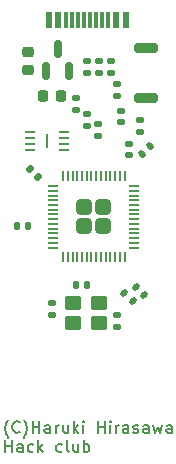
<source format=gbr>
%TF.GenerationSoftware,KiCad,Pcbnew,9.0.6+dfsg-1*%
%TF.CreationDate,2025-11-20T13:37:38+09:00*%
%TF.ProjectId,hiraboard,68697261-626f-4617-9264-2e6b69636164,rev?*%
%TF.SameCoordinates,Original*%
%TF.FileFunction,Paste,Top*%
%TF.FilePolarity,Positive*%
%FSLAX46Y46*%
G04 Gerber Fmt 4.6, Leading zero omitted, Abs format (unit mm)*
G04 Created by KiCad (PCBNEW 9.0.6+dfsg-1) date 2025-11-20 13:37:38*
%MOMM*%
%LPD*%
G01*
G04 APERTURE LIST*
G04 Aperture macros list*
%AMRoundRect*
0 Rectangle with rounded corners*
0 $1 Rounding radius*
0 $2 $3 $4 $5 $6 $7 $8 $9 X,Y pos of 4 corners*
0 Add a 4 corners polygon primitive as box body*
4,1,4,$2,$3,$4,$5,$6,$7,$8,$9,$2,$3,0*
0 Add four circle primitives for the rounded corners*
1,1,$1+$1,$2,$3*
1,1,$1+$1,$4,$5*
1,1,$1+$1,$6,$7*
1,1,$1+$1,$8,$9*
0 Add four rect primitives between the rounded corners*
20,1,$1+$1,$2,$3,$4,$5,0*
20,1,$1+$1,$4,$5,$6,$7,0*
20,1,$1+$1,$6,$7,$8,$9,0*
20,1,$1+$1,$8,$9,$2,$3,0*%
G04 Aperture macros list end*
%ADD10C,0.150000*%
%ADD11RoundRect,0.062500X-0.387500X-0.062500X0.387500X-0.062500X0.387500X0.062500X-0.387500X0.062500X0*%
%ADD12RoundRect,0.040000X-0.040000X-0.605000X0.040000X-0.605000X0.040000X0.605000X-0.040000X0.605000X0*%
%ADD13RoundRect,0.140000X0.140000X0.170000X-0.140000X0.170000X-0.140000X-0.170000X0.140000X-0.170000X0*%
%ADD14RoundRect,0.250000X-0.450000X-0.350000X0.450000X-0.350000X0.450000X0.350000X-0.450000X0.350000X0*%
%ADD15RoundRect,0.140000X-0.219203X-0.021213X-0.021213X-0.219203X0.219203X0.021213X0.021213X0.219203X0*%
%ADD16RoundRect,0.135000X-0.185000X0.135000X-0.185000X-0.135000X0.185000X-0.135000X0.185000X0.135000X0*%
%ADD17RoundRect,0.140000X0.170000X-0.140000X0.170000X0.140000X-0.170000X0.140000X-0.170000X-0.140000X0*%
%ADD18RoundRect,0.150000X0.150000X-0.587500X0.150000X0.587500X-0.150000X0.587500X-0.150000X-0.587500X0*%
%ADD19RoundRect,0.249999X-0.395001X-0.395001X0.395001X-0.395001X0.395001X0.395001X-0.395001X0.395001X0*%
%ADD20RoundRect,0.050000X-0.387500X-0.050000X0.387500X-0.050000X0.387500X0.050000X-0.387500X0.050000X0*%
%ADD21RoundRect,0.050000X-0.050000X-0.387500X0.050000X-0.387500X0.050000X0.387500X-0.050000X0.387500X0*%
%ADD22RoundRect,0.200000X-0.800000X0.200000X-0.800000X-0.200000X0.800000X-0.200000X0.800000X0.200000X0*%
%ADD23RoundRect,0.135000X0.226274X0.035355X0.035355X0.226274X-0.226274X-0.035355X-0.035355X-0.226274X0*%
%ADD24RoundRect,0.140000X0.021213X-0.219203X0.219203X-0.021213X-0.021213X0.219203X-0.219203X0.021213X0*%
%ADD25RoundRect,0.225000X-0.250000X0.225000X-0.250000X-0.225000X0.250000X-0.225000X0.250000X0.225000X0*%
%ADD26R,0.600000X1.450000*%
%ADD27R,0.300000X1.450000*%
%ADD28RoundRect,0.225000X0.225000X0.250000X-0.225000X0.250000X-0.225000X-0.250000X0.225000X-0.250000X0*%
G04 APERTURE END LIST*
D10*
X193837299Y-116886356D02*
X193789680Y-116838737D01*
X193789680Y-116838737D02*
X193694442Y-116695880D01*
X193694442Y-116695880D02*
X193646823Y-116600642D01*
X193646823Y-116600642D02*
X193599204Y-116457785D01*
X193599204Y-116457785D02*
X193551585Y-116219689D01*
X193551585Y-116219689D02*
X193551585Y-116029213D01*
X193551585Y-116029213D02*
X193599204Y-115791118D01*
X193599204Y-115791118D02*
X193646823Y-115648261D01*
X193646823Y-115648261D02*
X193694442Y-115553023D01*
X193694442Y-115553023D02*
X193789680Y-115410165D01*
X193789680Y-115410165D02*
X193837299Y-115362546D01*
X194789680Y-116410165D02*
X194742061Y-116457785D01*
X194742061Y-116457785D02*
X194599204Y-116505404D01*
X194599204Y-116505404D02*
X194503966Y-116505404D01*
X194503966Y-116505404D02*
X194361109Y-116457785D01*
X194361109Y-116457785D02*
X194265871Y-116362546D01*
X194265871Y-116362546D02*
X194218252Y-116267308D01*
X194218252Y-116267308D02*
X194170633Y-116076832D01*
X194170633Y-116076832D02*
X194170633Y-115933975D01*
X194170633Y-115933975D02*
X194218252Y-115743499D01*
X194218252Y-115743499D02*
X194265871Y-115648261D01*
X194265871Y-115648261D02*
X194361109Y-115553023D01*
X194361109Y-115553023D02*
X194503966Y-115505404D01*
X194503966Y-115505404D02*
X194599204Y-115505404D01*
X194599204Y-115505404D02*
X194742061Y-115553023D01*
X194742061Y-115553023D02*
X194789680Y-115600642D01*
X195123014Y-116886356D02*
X195170633Y-116838737D01*
X195170633Y-116838737D02*
X195265871Y-116695880D01*
X195265871Y-116695880D02*
X195313490Y-116600642D01*
X195313490Y-116600642D02*
X195361109Y-116457785D01*
X195361109Y-116457785D02*
X195408728Y-116219689D01*
X195408728Y-116219689D02*
X195408728Y-116029213D01*
X195408728Y-116029213D02*
X195361109Y-115791118D01*
X195361109Y-115791118D02*
X195313490Y-115648261D01*
X195313490Y-115648261D02*
X195265871Y-115553023D01*
X195265871Y-115553023D02*
X195170633Y-115410165D01*
X195170633Y-115410165D02*
X195123014Y-115362546D01*
X195884919Y-116505404D02*
X195884919Y-115505404D01*
X195884919Y-115981594D02*
X196456347Y-115981594D01*
X196456347Y-116505404D02*
X196456347Y-115505404D01*
X197361109Y-116505404D02*
X197361109Y-115981594D01*
X197361109Y-115981594D02*
X197313490Y-115886356D01*
X197313490Y-115886356D02*
X197218252Y-115838737D01*
X197218252Y-115838737D02*
X197027776Y-115838737D01*
X197027776Y-115838737D02*
X196932538Y-115886356D01*
X197361109Y-116457785D02*
X197265871Y-116505404D01*
X197265871Y-116505404D02*
X197027776Y-116505404D01*
X197027776Y-116505404D02*
X196932538Y-116457785D01*
X196932538Y-116457785D02*
X196884919Y-116362546D01*
X196884919Y-116362546D02*
X196884919Y-116267308D01*
X196884919Y-116267308D02*
X196932538Y-116172070D01*
X196932538Y-116172070D02*
X197027776Y-116124451D01*
X197027776Y-116124451D02*
X197265871Y-116124451D01*
X197265871Y-116124451D02*
X197361109Y-116076832D01*
X197837300Y-116505404D02*
X197837300Y-115838737D01*
X197837300Y-116029213D02*
X197884919Y-115933975D01*
X197884919Y-115933975D02*
X197932538Y-115886356D01*
X197932538Y-115886356D02*
X198027776Y-115838737D01*
X198027776Y-115838737D02*
X198123014Y-115838737D01*
X198884919Y-115838737D02*
X198884919Y-116505404D01*
X198456348Y-115838737D02*
X198456348Y-116362546D01*
X198456348Y-116362546D02*
X198503967Y-116457785D01*
X198503967Y-116457785D02*
X198599205Y-116505404D01*
X198599205Y-116505404D02*
X198742062Y-116505404D01*
X198742062Y-116505404D02*
X198837300Y-116457785D01*
X198837300Y-116457785D02*
X198884919Y-116410165D01*
X199361110Y-116505404D02*
X199361110Y-115505404D01*
X199456348Y-116124451D02*
X199742062Y-116505404D01*
X199742062Y-115838737D02*
X199361110Y-116219689D01*
X200170634Y-116505404D02*
X200170634Y-115838737D01*
X200170634Y-115505404D02*
X200123015Y-115553023D01*
X200123015Y-115553023D02*
X200170634Y-115600642D01*
X200170634Y-115600642D02*
X200218253Y-115553023D01*
X200218253Y-115553023D02*
X200170634Y-115505404D01*
X200170634Y-115505404D02*
X200170634Y-115600642D01*
X201408729Y-116505404D02*
X201408729Y-115505404D01*
X201408729Y-115981594D02*
X201980157Y-115981594D01*
X201980157Y-116505404D02*
X201980157Y-115505404D01*
X202456348Y-116505404D02*
X202456348Y-115838737D01*
X202456348Y-115505404D02*
X202408729Y-115553023D01*
X202408729Y-115553023D02*
X202456348Y-115600642D01*
X202456348Y-115600642D02*
X202503967Y-115553023D01*
X202503967Y-115553023D02*
X202456348Y-115505404D01*
X202456348Y-115505404D02*
X202456348Y-115600642D01*
X202932538Y-116505404D02*
X202932538Y-115838737D01*
X202932538Y-116029213D02*
X202980157Y-115933975D01*
X202980157Y-115933975D02*
X203027776Y-115886356D01*
X203027776Y-115886356D02*
X203123014Y-115838737D01*
X203123014Y-115838737D02*
X203218252Y-115838737D01*
X203980157Y-116505404D02*
X203980157Y-115981594D01*
X203980157Y-115981594D02*
X203932538Y-115886356D01*
X203932538Y-115886356D02*
X203837300Y-115838737D01*
X203837300Y-115838737D02*
X203646824Y-115838737D01*
X203646824Y-115838737D02*
X203551586Y-115886356D01*
X203980157Y-116457785D02*
X203884919Y-116505404D01*
X203884919Y-116505404D02*
X203646824Y-116505404D01*
X203646824Y-116505404D02*
X203551586Y-116457785D01*
X203551586Y-116457785D02*
X203503967Y-116362546D01*
X203503967Y-116362546D02*
X203503967Y-116267308D01*
X203503967Y-116267308D02*
X203551586Y-116172070D01*
X203551586Y-116172070D02*
X203646824Y-116124451D01*
X203646824Y-116124451D02*
X203884919Y-116124451D01*
X203884919Y-116124451D02*
X203980157Y-116076832D01*
X204408729Y-116457785D02*
X204503967Y-116505404D01*
X204503967Y-116505404D02*
X204694443Y-116505404D01*
X204694443Y-116505404D02*
X204789681Y-116457785D01*
X204789681Y-116457785D02*
X204837300Y-116362546D01*
X204837300Y-116362546D02*
X204837300Y-116314927D01*
X204837300Y-116314927D02*
X204789681Y-116219689D01*
X204789681Y-116219689D02*
X204694443Y-116172070D01*
X204694443Y-116172070D02*
X204551586Y-116172070D01*
X204551586Y-116172070D02*
X204456348Y-116124451D01*
X204456348Y-116124451D02*
X204408729Y-116029213D01*
X204408729Y-116029213D02*
X204408729Y-115981594D01*
X204408729Y-115981594D02*
X204456348Y-115886356D01*
X204456348Y-115886356D02*
X204551586Y-115838737D01*
X204551586Y-115838737D02*
X204694443Y-115838737D01*
X204694443Y-115838737D02*
X204789681Y-115886356D01*
X205694443Y-116505404D02*
X205694443Y-115981594D01*
X205694443Y-115981594D02*
X205646824Y-115886356D01*
X205646824Y-115886356D02*
X205551586Y-115838737D01*
X205551586Y-115838737D02*
X205361110Y-115838737D01*
X205361110Y-115838737D02*
X205265872Y-115886356D01*
X205694443Y-116457785D02*
X205599205Y-116505404D01*
X205599205Y-116505404D02*
X205361110Y-116505404D01*
X205361110Y-116505404D02*
X205265872Y-116457785D01*
X205265872Y-116457785D02*
X205218253Y-116362546D01*
X205218253Y-116362546D02*
X205218253Y-116267308D01*
X205218253Y-116267308D02*
X205265872Y-116172070D01*
X205265872Y-116172070D02*
X205361110Y-116124451D01*
X205361110Y-116124451D02*
X205599205Y-116124451D01*
X205599205Y-116124451D02*
X205694443Y-116076832D01*
X206075396Y-115838737D02*
X206265872Y-116505404D01*
X206265872Y-116505404D02*
X206456348Y-116029213D01*
X206456348Y-116029213D02*
X206646824Y-116505404D01*
X206646824Y-116505404D02*
X206837300Y-115838737D01*
X207646824Y-116505404D02*
X207646824Y-115981594D01*
X207646824Y-115981594D02*
X207599205Y-115886356D01*
X207599205Y-115886356D02*
X207503967Y-115838737D01*
X207503967Y-115838737D02*
X207313491Y-115838737D01*
X207313491Y-115838737D02*
X207218253Y-115886356D01*
X207646824Y-116457785D02*
X207551586Y-116505404D01*
X207551586Y-116505404D02*
X207313491Y-116505404D01*
X207313491Y-116505404D02*
X207218253Y-116457785D01*
X207218253Y-116457785D02*
X207170634Y-116362546D01*
X207170634Y-116362546D02*
X207170634Y-116267308D01*
X207170634Y-116267308D02*
X207218253Y-116172070D01*
X207218253Y-116172070D02*
X207313491Y-116124451D01*
X207313491Y-116124451D02*
X207551586Y-116124451D01*
X207551586Y-116124451D02*
X207646824Y-116076832D01*
X193551585Y-118115348D02*
X193551585Y-117115348D01*
X193551585Y-117591538D02*
X194123013Y-117591538D01*
X194123013Y-118115348D02*
X194123013Y-117115348D01*
X195027775Y-118115348D02*
X195027775Y-117591538D01*
X195027775Y-117591538D02*
X194980156Y-117496300D01*
X194980156Y-117496300D02*
X194884918Y-117448681D01*
X194884918Y-117448681D02*
X194694442Y-117448681D01*
X194694442Y-117448681D02*
X194599204Y-117496300D01*
X195027775Y-118067729D02*
X194932537Y-118115348D01*
X194932537Y-118115348D02*
X194694442Y-118115348D01*
X194694442Y-118115348D02*
X194599204Y-118067729D01*
X194599204Y-118067729D02*
X194551585Y-117972490D01*
X194551585Y-117972490D02*
X194551585Y-117877252D01*
X194551585Y-117877252D02*
X194599204Y-117782014D01*
X194599204Y-117782014D02*
X194694442Y-117734395D01*
X194694442Y-117734395D02*
X194932537Y-117734395D01*
X194932537Y-117734395D02*
X195027775Y-117686776D01*
X195932537Y-118067729D02*
X195837299Y-118115348D01*
X195837299Y-118115348D02*
X195646823Y-118115348D01*
X195646823Y-118115348D02*
X195551585Y-118067729D01*
X195551585Y-118067729D02*
X195503966Y-118020109D01*
X195503966Y-118020109D02*
X195456347Y-117924871D01*
X195456347Y-117924871D02*
X195456347Y-117639157D01*
X195456347Y-117639157D02*
X195503966Y-117543919D01*
X195503966Y-117543919D02*
X195551585Y-117496300D01*
X195551585Y-117496300D02*
X195646823Y-117448681D01*
X195646823Y-117448681D02*
X195837299Y-117448681D01*
X195837299Y-117448681D02*
X195932537Y-117496300D01*
X196361109Y-118115348D02*
X196361109Y-117115348D01*
X196456347Y-117734395D02*
X196742061Y-118115348D01*
X196742061Y-117448681D02*
X196361109Y-117829633D01*
X198361109Y-118067729D02*
X198265871Y-118115348D01*
X198265871Y-118115348D02*
X198075395Y-118115348D01*
X198075395Y-118115348D02*
X197980157Y-118067729D01*
X197980157Y-118067729D02*
X197932538Y-118020109D01*
X197932538Y-118020109D02*
X197884919Y-117924871D01*
X197884919Y-117924871D02*
X197884919Y-117639157D01*
X197884919Y-117639157D02*
X197932538Y-117543919D01*
X197932538Y-117543919D02*
X197980157Y-117496300D01*
X197980157Y-117496300D02*
X198075395Y-117448681D01*
X198075395Y-117448681D02*
X198265871Y-117448681D01*
X198265871Y-117448681D02*
X198361109Y-117496300D01*
X198932538Y-118115348D02*
X198837300Y-118067729D01*
X198837300Y-118067729D02*
X198789681Y-117972490D01*
X198789681Y-117972490D02*
X198789681Y-117115348D01*
X199742062Y-117448681D02*
X199742062Y-118115348D01*
X199313491Y-117448681D02*
X199313491Y-117972490D01*
X199313491Y-117972490D02*
X199361110Y-118067729D01*
X199361110Y-118067729D02*
X199456348Y-118115348D01*
X199456348Y-118115348D02*
X199599205Y-118115348D01*
X199599205Y-118115348D02*
X199694443Y-118067729D01*
X199694443Y-118067729D02*
X199742062Y-118020109D01*
X200218253Y-118115348D02*
X200218253Y-117115348D01*
X200218253Y-117496300D02*
X200313491Y-117448681D01*
X200313491Y-117448681D02*
X200503967Y-117448681D01*
X200503967Y-117448681D02*
X200599205Y-117496300D01*
X200599205Y-117496300D02*
X200646824Y-117543919D01*
X200646824Y-117543919D02*
X200694443Y-117639157D01*
X200694443Y-117639157D02*
X200694443Y-117924871D01*
X200694443Y-117924871D02*
X200646824Y-118020109D01*
X200646824Y-118020109D02*
X200599205Y-118067729D01*
X200599205Y-118067729D02*
X200503967Y-118115348D01*
X200503967Y-118115348D02*
X200313491Y-118115348D01*
X200313491Y-118115348D02*
X200218253Y-118067729D01*
D11*
%TO.C,U3*%
X198500000Y-91000000D03*
X198500000Y-91500000D03*
X198500000Y-92000000D03*
X198500000Y-92500000D03*
X195650000Y-92500000D03*
X195650000Y-92000000D03*
X195650000Y-91500000D03*
X195650000Y-91000000D03*
D12*
X197075000Y-91750000D03*
%TD*%
D13*
%TO.C,C14*%
X200480000Y-104000000D03*
X199520000Y-104000000D03*
%TD*%
D14*
%TO.C,Y1*%
X199300000Y-107200000D03*
X201500000Y-107200000D03*
X201500000Y-105500000D03*
X199300000Y-105500000D03*
%TD*%
D15*
%TO.C,C17*%
X204339411Y-105339411D03*
X203660589Y-104660589D03*
%TD*%
%TO.C,C9*%
X205339411Y-104839411D03*
X204660589Y-104160589D03*
%TD*%
D16*
%TO.C,R5*%
X203000000Y-107510000D03*
X203000000Y-106490000D03*
%TD*%
D17*
%TO.C,C15*%
X197500000Y-106480000D03*
X197500000Y-105520000D03*
%TD*%
D16*
%TO.C,R7*%
X204990000Y-89990000D03*
X204990000Y-91010000D03*
%TD*%
D18*
%TO.C,U2*%
X197050000Y-85875000D03*
X198950000Y-85875000D03*
X198000000Y-84000000D03*
%TD*%
D17*
%TO.C,C10*%
X199560591Y-89115233D03*
X199560591Y-88155233D03*
%TD*%
%TO.C,C8*%
X200500000Y-90480000D03*
X200500000Y-89520000D03*
%TD*%
D19*
%TO.C,U1*%
X200262500Y-97400000D03*
X200262500Y-99000000D03*
X201862500Y-97400000D03*
X201862500Y-99000000D03*
D20*
X197625000Y-95600000D03*
X197625000Y-96000000D03*
X197625000Y-96400000D03*
X197625000Y-96800000D03*
X197625000Y-97200000D03*
X197625000Y-97600000D03*
X197625000Y-98000000D03*
X197625000Y-98400000D03*
X197625000Y-98800000D03*
X197625000Y-99200000D03*
X197625000Y-99600000D03*
X197625000Y-100000000D03*
X197625000Y-100400000D03*
X197625000Y-100800000D03*
D21*
X198462500Y-101637500D03*
X198862500Y-101637500D03*
X199262500Y-101637500D03*
X199662500Y-101637500D03*
X200062500Y-101637500D03*
X200462500Y-101637500D03*
X200862500Y-101637500D03*
X201262500Y-101637500D03*
X201662500Y-101637500D03*
X202062500Y-101637500D03*
X202462500Y-101637500D03*
X202862500Y-101637500D03*
X203262500Y-101637500D03*
X203662500Y-101637500D03*
D20*
X204500000Y-100800000D03*
X204500000Y-100400000D03*
X204500000Y-100000000D03*
X204500000Y-99600000D03*
X204500000Y-99200000D03*
X204500000Y-98800000D03*
X204500000Y-98400000D03*
X204500000Y-98000000D03*
X204500000Y-97600000D03*
X204500000Y-97200000D03*
X204500000Y-96800000D03*
X204500000Y-96400000D03*
X204500000Y-96000000D03*
X204500000Y-95600000D03*
D21*
X203662500Y-94762500D03*
X203262500Y-94762500D03*
X202862500Y-94762500D03*
X202462500Y-94762500D03*
X202062500Y-94762500D03*
X201662500Y-94762500D03*
X201262500Y-94762500D03*
X200862500Y-94762500D03*
X200462500Y-94762500D03*
X200062500Y-94762500D03*
X199662500Y-94762500D03*
X199262500Y-94762500D03*
X198862500Y-94762500D03*
X198462500Y-94762500D03*
%TD*%
D16*
%TO.C,R4*%
X202500000Y-85000000D03*
X202500000Y-86020000D03*
%TD*%
D22*
%TO.C,SW1*%
X205500000Y-83900000D03*
X205500000Y-88100000D03*
%TD*%
D17*
%TO.C,C7*%
X204000000Y-92980000D03*
X204000000Y-92020000D03*
%TD*%
%TO.C,C6*%
X201410430Y-91336444D03*
X201410430Y-90376444D03*
%TD*%
D23*
%TO.C,R6*%
X196360624Y-94860624D03*
X195639376Y-94139376D03*
%TD*%
D24*
%TO.C,C1*%
X205160589Y-92839411D03*
X205839411Y-92160589D03*
%TD*%
D16*
%TO.C,R3*%
X201500000Y-84990000D03*
X201500000Y-86010000D03*
%TD*%
D25*
%TO.C,C12*%
X195500000Y-84225000D03*
X195500000Y-85775000D03*
%TD*%
D17*
%TO.C,C11*%
X203344207Y-90189221D03*
X203344207Y-89229221D03*
%TD*%
D13*
%TO.C,C2*%
X195480000Y-99000000D03*
X194520000Y-99000000D03*
%TD*%
D26*
%TO.C,J1*%
X203750000Y-81500000D03*
X202950000Y-81500000D03*
D27*
X201750000Y-81500000D03*
X200750000Y-81500000D03*
X200250000Y-81500000D03*
X199250000Y-81500000D03*
D26*
X198050000Y-81500000D03*
X197250000Y-81500000D03*
X197250000Y-81500000D03*
X198050000Y-81500000D03*
D27*
X198750000Y-81500000D03*
X199750000Y-81500000D03*
X201250000Y-81500000D03*
X202250000Y-81500000D03*
D26*
X202950000Y-81500000D03*
X203750000Y-81500000D03*
%TD*%
D28*
%TO.C,C13*%
X198275000Y-88000000D03*
X196725000Y-88000000D03*
%TD*%
D16*
%TO.C,R2*%
X200500000Y-84990000D03*
X200500000Y-86010000D03*
%TD*%
%TO.C,R1*%
X203000000Y-86980000D03*
X203000000Y-88000000D03*
%TD*%
M02*

</source>
